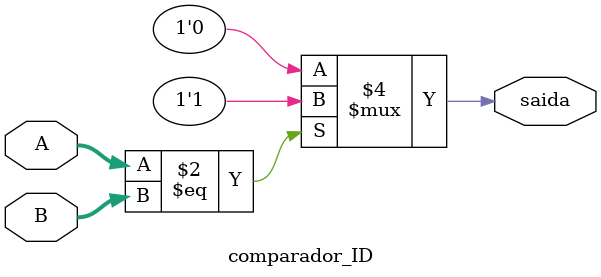
<source format=v>
module comparador_ID(
  input[31:0] A, B,
  output reg saida
  );

  always @ ( * ) begin
    if (A == B)
      saida = 1;

    else
      saida = 0;
  end
  
  endmodule


</source>
